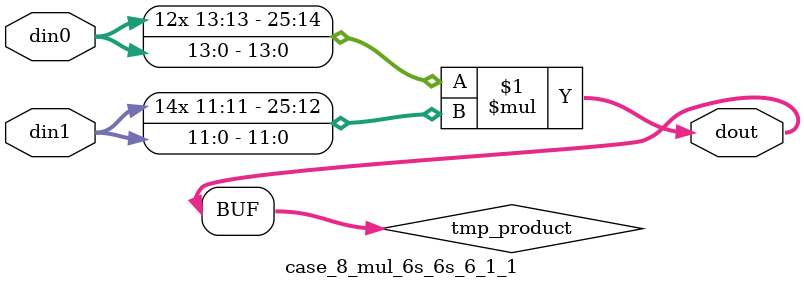
<source format=v>

`timescale 1 ns / 1 ps

 module case_8_mul_6s_6s_6_1_1(din0, din1, dout);
parameter ID = 1;
parameter NUM_STAGE = 0;
parameter din0_WIDTH = 14;
parameter din1_WIDTH = 12;
parameter dout_WIDTH = 26;

input [din0_WIDTH - 1 : 0] din0; 
input [din1_WIDTH - 1 : 0] din1; 
output [dout_WIDTH - 1 : 0] dout;

wire signed [dout_WIDTH - 1 : 0] tmp_product;



























assign tmp_product = $signed(din0) * $signed(din1);








assign dout = tmp_product;





















endmodule

</source>
